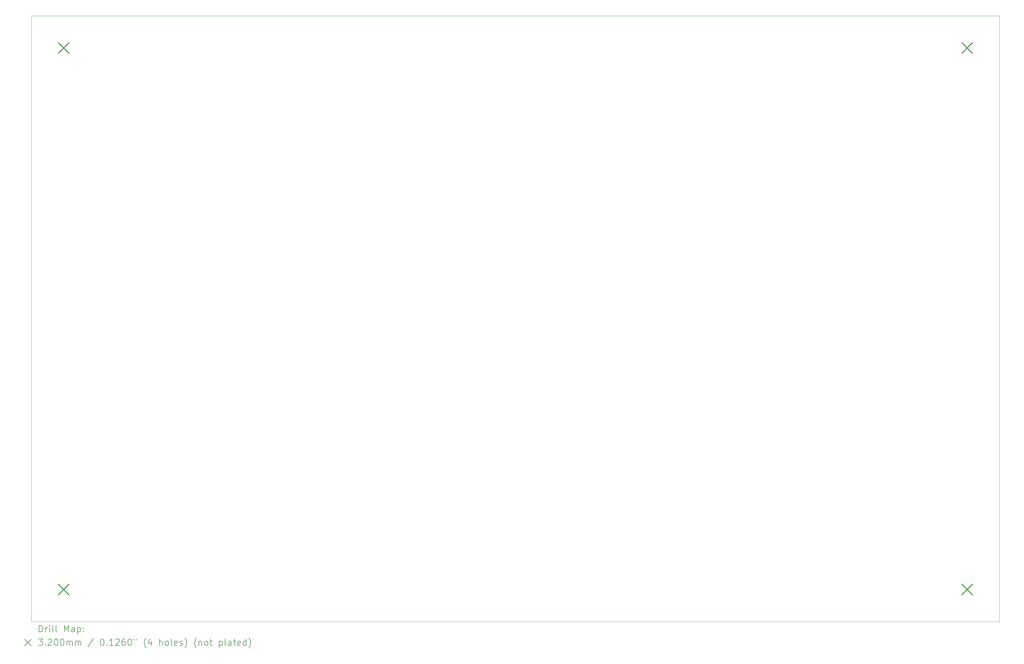
<source format=gbr>
%TF.GenerationSoftware,KiCad,Pcbnew,7.0.1*%
%TF.CreationDate,2023-09-17T14:31:27-07:00*%
%TF.ProjectId,vancouver-skytrain-pcb,76616e63-6f75-4766-9572-2d736b797472,rev?*%
%TF.SameCoordinates,Original*%
%TF.FileFunction,Drillmap*%
%TF.FilePolarity,Positive*%
%FSLAX45Y45*%
G04 Gerber Fmt 4.5, Leading zero omitted, Abs format (unit mm)*
G04 Created by KiCad (PCBNEW 7.0.1) date 2023-09-17 14:31:27*
%MOMM*%
%LPD*%
G01*
G04 APERTURE LIST*
%ADD10C,0.100000*%
%ADD11C,0.200000*%
%ADD12C,0.320000*%
G04 APERTURE END LIST*
D10*
X1200000Y-1200000D02*
X31200000Y-1200000D01*
X31200000Y-20000000D01*
X1200000Y-20000000D01*
X1200000Y-1200000D01*
D11*
D12*
X2040000Y-2040000D02*
X2360000Y-2360000D01*
X2360000Y-2040000D02*
X2040000Y-2360000D01*
X2040000Y-18840000D02*
X2360000Y-19160000D01*
X2360000Y-18840000D02*
X2040000Y-19160000D01*
X30040000Y-2040000D02*
X30360000Y-2360000D01*
X30360000Y-2040000D02*
X30040000Y-2360000D01*
X30040000Y-18840000D02*
X30360000Y-19160000D01*
X30360000Y-18840000D02*
X30040000Y-19160000D01*
D11*
X1442619Y-20317524D02*
X1442619Y-20117524D01*
X1442619Y-20117524D02*
X1490238Y-20117524D01*
X1490238Y-20117524D02*
X1518809Y-20127048D01*
X1518809Y-20127048D02*
X1537857Y-20146095D01*
X1537857Y-20146095D02*
X1547381Y-20165143D01*
X1547381Y-20165143D02*
X1556905Y-20203238D01*
X1556905Y-20203238D02*
X1556905Y-20231810D01*
X1556905Y-20231810D02*
X1547381Y-20269905D01*
X1547381Y-20269905D02*
X1537857Y-20288952D01*
X1537857Y-20288952D02*
X1518809Y-20308000D01*
X1518809Y-20308000D02*
X1490238Y-20317524D01*
X1490238Y-20317524D02*
X1442619Y-20317524D01*
X1642619Y-20317524D02*
X1642619Y-20184190D01*
X1642619Y-20222286D02*
X1652143Y-20203238D01*
X1652143Y-20203238D02*
X1661667Y-20193714D01*
X1661667Y-20193714D02*
X1680714Y-20184190D01*
X1680714Y-20184190D02*
X1699762Y-20184190D01*
X1766428Y-20317524D02*
X1766428Y-20184190D01*
X1766428Y-20117524D02*
X1756905Y-20127048D01*
X1756905Y-20127048D02*
X1766428Y-20136571D01*
X1766428Y-20136571D02*
X1775952Y-20127048D01*
X1775952Y-20127048D02*
X1766428Y-20117524D01*
X1766428Y-20117524D02*
X1766428Y-20136571D01*
X1890238Y-20317524D02*
X1871190Y-20308000D01*
X1871190Y-20308000D02*
X1861667Y-20288952D01*
X1861667Y-20288952D02*
X1861667Y-20117524D01*
X1995000Y-20317524D02*
X1975952Y-20308000D01*
X1975952Y-20308000D02*
X1966428Y-20288952D01*
X1966428Y-20288952D02*
X1966428Y-20117524D01*
X2223571Y-20317524D02*
X2223571Y-20117524D01*
X2223571Y-20117524D02*
X2290238Y-20260381D01*
X2290238Y-20260381D02*
X2356905Y-20117524D01*
X2356905Y-20117524D02*
X2356905Y-20317524D01*
X2537857Y-20317524D02*
X2537857Y-20212762D01*
X2537857Y-20212762D02*
X2528333Y-20193714D01*
X2528333Y-20193714D02*
X2509286Y-20184190D01*
X2509286Y-20184190D02*
X2471190Y-20184190D01*
X2471190Y-20184190D02*
X2452143Y-20193714D01*
X2537857Y-20308000D02*
X2518810Y-20317524D01*
X2518810Y-20317524D02*
X2471190Y-20317524D01*
X2471190Y-20317524D02*
X2452143Y-20308000D01*
X2452143Y-20308000D02*
X2442619Y-20288952D01*
X2442619Y-20288952D02*
X2442619Y-20269905D01*
X2442619Y-20269905D02*
X2452143Y-20250857D01*
X2452143Y-20250857D02*
X2471190Y-20241333D01*
X2471190Y-20241333D02*
X2518810Y-20241333D01*
X2518810Y-20241333D02*
X2537857Y-20231810D01*
X2633095Y-20184190D02*
X2633095Y-20384190D01*
X2633095Y-20193714D02*
X2652143Y-20184190D01*
X2652143Y-20184190D02*
X2690238Y-20184190D01*
X2690238Y-20184190D02*
X2709286Y-20193714D01*
X2709286Y-20193714D02*
X2718810Y-20203238D01*
X2718810Y-20203238D02*
X2728333Y-20222286D01*
X2728333Y-20222286D02*
X2728333Y-20279429D01*
X2728333Y-20279429D02*
X2718810Y-20298476D01*
X2718810Y-20298476D02*
X2709286Y-20308000D01*
X2709286Y-20308000D02*
X2690238Y-20317524D01*
X2690238Y-20317524D02*
X2652143Y-20317524D01*
X2652143Y-20317524D02*
X2633095Y-20308000D01*
X2814048Y-20298476D02*
X2823571Y-20308000D01*
X2823571Y-20308000D02*
X2814048Y-20317524D01*
X2814048Y-20317524D02*
X2804524Y-20308000D01*
X2804524Y-20308000D02*
X2814048Y-20298476D01*
X2814048Y-20298476D02*
X2814048Y-20317524D01*
X2814048Y-20193714D02*
X2823571Y-20203238D01*
X2823571Y-20203238D02*
X2814048Y-20212762D01*
X2814048Y-20212762D02*
X2804524Y-20203238D01*
X2804524Y-20203238D02*
X2814048Y-20193714D01*
X2814048Y-20193714D02*
X2814048Y-20212762D01*
X995000Y-20545000D02*
X1195000Y-20745000D01*
X1195000Y-20545000D02*
X995000Y-20745000D01*
X1423571Y-20537524D02*
X1547381Y-20537524D01*
X1547381Y-20537524D02*
X1480714Y-20613714D01*
X1480714Y-20613714D02*
X1509286Y-20613714D01*
X1509286Y-20613714D02*
X1528333Y-20623238D01*
X1528333Y-20623238D02*
X1537857Y-20632762D01*
X1537857Y-20632762D02*
X1547381Y-20651810D01*
X1547381Y-20651810D02*
X1547381Y-20699429D01*
X1547381Y-20699429D02*
X1537857Y-20718476D01*
X1537857Y-20718476D02*
X1528333Y-20728000D01*
X1528333Y-20728000D02*
X1509286Y-20737524D01*
X1509286Y-20737524D02*
X1452143Y-20737524D01*
X1452143Y-20737524D02*
X1433095Y-20728000D01*
X1433095Y-20728000D02*
X1423571Y-20718476D01*
X1633095Y-20718476D02*
X1642619Y-20728000D01*
X1642619Y-20728000D02*
X1633095Y-20737524D01*
X1633095Y-20737524D02*
X1623571Y-20728000D01*
X1623571Y-20728000D02*
X1633095Y-20718476D01*
X1633095Y-20718476D02*
X1633095Y-20737524D01*
X1718809Y-20556571D02*
X1728333Y-20547048D01*
X1728333Y-20547048D02*
X1747381Y-20537524D01*
X1747381Y-20537524D02*
X1795000Y-20537524D01*
X1795000Y-20537524D02*
X1814048Y-20547048D01*
X1814048Y-20547048D02*
X1823571Y-20556571D01*
X1823571Y-20556571D02*
X1833095Y-20575619D01*
X1833095Y-20575619D02*
X1833095Y-20594667D01*
X1833095Y-20594667D02*
X1823571Y-20623238D01*
X1823571Y-20623238D02*
X1709286Y-20737524D01*
X1709286Y-20737524D02*
X1833095Y-20737524D01*
X1956905Y-20537524D02*
X1975952Y-20537524D01*
X1975952Y-20537524D02*
X1995000Y-20547048D01*
X1995000Y-20547048D02*
X2004524Y-20556571D01*
X2004524Y-20556571D02*
X2014048Y-20575619D01*
X2014048Y-20575619D02*
X2023571Y-20613714D01*
X2023571Y-20613714D02*
X2023571Y-20661333D01*
X2023571Y-20661333D02*
X2014048Y-20699429D01*
X2014048Y-20699429D02*
X2004524Y-20718476D01*
X2004524Y-20718476D02*
X1995000Y-20728000D01*
X1995000Y-20728000D02*
X1975952Y-20737524D01*
X1975952Y-20737524D02*
X1956905Y-20737524D01*
X1956905Y-20737524D02*
X1937857Y-20728000D01*
X1937857Y-20728000D02*
X1928333Y-20718476D01*
X1928333Y-20718476D02*
X1918809Y-20699429D01*
X1918809Y-20699429D02*
X1909286Y-20661333D01*
X1909286Y-20661333D02*
X1909286Y-20613714D01*
X1909286Y-20613714D02*
X1918809Y-20575619D01*
X1918809Y-20575619D02*
X1928333Y-20556571D01*
X1928333Y-20556571D02*
X1937857Y-20547048D01*
X1937857Y-20547048D02*
X1956905Y-20537524D01*
X2147381Y-20537524D02*
X2166429Y-20537524D01*
X2166429Y-20537524D02*
X2185476Y-20547048D01*
X2185476Y-20547048D02*
X2195000Y-20556571D01*
X2195000Y-20556571D02*
X2204524Y-20575619D01*
X2204524Y-20575619D02*
X2214048Y-20613714D01*
X2214048Y-20613714D02*
X2214048Y-20661333D01*
X2214048Y-20661333D02*
X2204524Y-20699429D01*
X2204524Y-20699429D02*
X2195000Y-20718476D01*
X2195000Y-20718476D02*
X2185476Y-20728000D01*
X2185476Y-20728000D02*
X2166429Y-20737524D01*
X2166429Y-20737524D02*
X2147381Y-20737524D01*
X2147381Y-20737524D02*
X2128333Y-20728000D01*
X2128333Y-20728000D02*
X2118810Y-20718476D01*
X2118810Y-20718476D02*
X2109286Y-20699429D01*
X2109286Y-20699429D02*
X2099762Y-20661333D01*
X2099762Y-20661333D02*
X2099762Y-20613714D01*
X2099762Y-20613714D02*
X2109286Y-20575619D01*
X2109286Y-20575619D02*
X2118810Y-20556571D01*
X2118810Y-20556571D02*
X2128333Y-20547048D01*
X2128333Y-20547048D02*
X2147381Y-20537524D01*
X2299762Y-20737524D02*
X2299762Y-20604190D01*
X2299762Y-20623238D02*
X2309286Y-20613714D01*
X2309286Y-20613714D02*
X2328333Y-20604190D01*
X2328333Y-20604190D02*
X2356905Y-20604190D01*
X2356905Y-20604190D02*
X2375952Y-20613714D01*
X2375952Y-20613714D02*
X2385476Y-20632762D01*
X2385476Y-20632762D02*
X2385476Y-20737524D01*
X2385476Y-20632762D02*
X2395000Y-20613714D01*
X2395000Y-20613714D02*
X2414048Y-20604190D01*
X2414048Y-20604190D02*
X2442619Y-20604190D01*
X2442619Y-20604190D02*
X2461667Y-20613714D01*
X2461667Y-20613714D02*
X2471191Y-20632762D01*
X2471191Y-20632762D02*
X2471191Y-20737524D01*
X2566429Y-20737524D02*
X2566429Y-20604190D01*
X2566429Y-20623238D02*
X2575952Y-20613714D01*
X2575952Y-20613714D02*
X2595000Y-20604190D01*
X2595000Y-20604190D02*
X2623572Y-20604190D01*
X2623572Y-20604190D02*
X2642619Y-20613714D01*
X2642619Y-20613714D02*
X2652143Y-20632762D01*
X2652143Y-20632762D02*
X2652143Y-20737524D01*
X2652143Y-20632762D02*
X2661667Y-20613714D01*
X2661667Y-20613714D02*
X2680714Y-20604190D01*
X2680714Y-20604190D02*
X2709286Y-20604190D01*
X2709286Y-20604190D02*
X2728333Y-20613714D01*
X2728333Y-20613714D02*
X2737857Y-20632762D01*
X2737857Y-20632762D02*
X2737857Y-20737524D01*
X3128333Y-20528000D02*
X2956905Y-20785143D01*
X3385476Y-20537524D02*
X3404524Y-20537524D01*
X3404524Y-20537524D02*
X3423572Y-20547048D01*
X3423572Y-20547048D02*
X3433095Y-20556571D01*
X3433095Y-20556571D02*
X3442619Y-20575619D01*
X3442619Y-20575619D02*
X3452143Y-20613714D01*
X3452143Y-20613714D02*
X3452143Y-20661333D01*
X3452143Y-20661333D02*
X3442619Y-20699429D01*
X3442619Y-20699429D02*
X3433095Y-20718476D01*
X3433095Y-20718476D02*
X3423572Y-20728000D01*
X3423572Y-20728000D02*
X3404524Y-20737524D01*
X3404524Y-20737524D02*
X3385476Y-20737524D01*
X3385476Y-20737524D02*
X3366429Y-20728000D01*
X3366429Y-20728000D02*
X3356905Y-20718476D01*
X3356905Y-20718476D02*
X3347381Y-20699429D01*
X3347381Y-20699429D02*
X3337857Y-20661333D01*
X3337857Y-20661333D02*
X3337857Y-20613714D01*
X3337857Y-20613714D02*
X3347381Y-20575619D01*
X3347381Y-20575619D02*
X3356905Y-20556571D01*
X3356905Y-20556571D02*
X3366429Y-20547048D01*
X3366429Y-20547048D02*
X3385476Y-20537524D01*
X3537857Y-20718476D02*
X3547381Y-20728000D01*
X3547381Y-20728000D02*
X3537857Y-20737524D01*
X3537857Y-20737524D02*
X3528333Y-20728000D01*
X3528333Y-20728000D02*
X3537857Y-20718476D01*
X3537857Y-20718476D02*
X3537857Y-20737524D01*
X3737857Y-20737524D02*
X3623572Y-20737524D01*
X3680714Y-20737524D02*
X3680714Y-20537524D01*
X3680714Y-20537524D02*
X3661667Y-20566095D01*
X3661667Y-20566095D02*
X3642619Y-20585143D01*
X3642619Y-20585143D02*
X3623572Y-20594667D01*
X3814048Y-20556571D02*
X3823572Y-20547048D01*
X3823572Y-20547048D02*
X3842619Y-20537524D01*
X3842619Y-20537524D02*
X3890238Y-20537524D01*
X3890238Y-20537524D02*
X3909286Y-20547048D01*
X3909286Y-20547048D02*
X3918810Y-20556571D01*
X3918810Y-20556571D02*
X3928333Y-20575619D01*
X3928333Y-20575619D02*
X3928333Y-20594667D01*
X3928333Y-20594667D02*
X3918810Y-20623238D01*
X3918810Y-20623238D02*
X3804524Y-20737524D01*
X3804524Y-20737524D02*
X3928333Y-20737524D01*
X4099762Y-20537524D02*
X4061667Y-20537524D01*
X4061667Y-20537524D02*
X4042619Y-20547048D01*
X4042619Y-20547048D02*
X4033095Y-20556571D01*
X4033095Y-20556571D02*
X4014048Y-20585143D01*
X4014048Y-20585143D02*
X4004524Y-20623238D01*
X4004524Y-20623238D02*
X4004524Y-20699429D01*
X4004524Y-20699429D02*
X4014048Y-20718476D01*
X4014048Y-20718476D02*
X4023572Y-20728000D01*
X4023572Y-20728000D02*
X4042619Y-20737524D01*
X4042619Y-20737524D02*
X4080714Y-20737524D01*
X4080714Y-20737524D02*
X4099762Y-20728000D01*
X4099762Y-20728000D02*
X4109286Y-20718476D01*
X4109286Y-20718476D02*
X4118810Y-20699429D01*
X4118810Y-20699429D02*
X4118810Y-20651810D01*
X4118810Y-20651810D02*
X4109286Y-20632762D01*
X4109286Y-20632762D02*
X4099762Y-20623238D01*
X4099762Y-20623238D02*
X4080714Y-20613714D01*
X4080714Y-20613714D02*
X4042619Y-20613714D01*
X4042619Y-20613714D02*
X4023572Y-20623238D01*
X4023572Y-20623238D02*
X4014048Y-20632762D01*
X4014048Y-20632762D02*
X4004524Y-20651810D01*
X4242619Y-20537524D02*
X4261667Y-20537524D01*
X4261667Y-20537524D02*
X4280715Y-20547048D01*
X4280715Y-20547048D02*
X4290238Y-20556571D01*
X4290238Y-20556571D02*
X4299762Y-20575619D01*
X4299762Y-20575619D02*
X4309286Y-20613714D01*
X4309286Y-20613714D02*
X4309286Y-20661333D01*
X4309286Y-20661333D02*
X4299762Y-20699429D01*
X4299762Y-20699429D02*
X4290238Y-20718476D01*
X4290238Y-20718476D02*
X4280715Y-20728000D01*
X4280715Y-20728000D02*
X4261667Y-20737524D01*
X4261667Y-20737524D02*
X4242619Y-20737524D01*
X4242619Y-20737524D02*
X4223572Y-20728000D01*
X4223572Y-20728000D02*
X4214048Y-20718476D01*
X4214048Y-20718476D02*
X4204524Y-20699429D01*
X4204524Y-20699429D02*
X4195000Y-20661333D01*
X4195000Y-20661333D02*
X4195000Y-20613714D01*
X4195000Y-20613714D02*
X4204524Y-20575619D01*
X4204524Y-20575619D02*
X4214048Y-20556571D01*
X4214048Y-20556571D02*
X4223572Y-20547048D01*
X4223572Y-20547048D02*
X4242619Y-20537524D01*
X4385476Y-20537524D02*
X4385476Y-20575619D01*
X4461667Y-20537524D02*
X4461667Y-20575619D01*
X4756905Y-20813714D02*
X4747381Y-20804190D01*
X4747381Y-20804190D02*
X4728334Y-20775619D01*
X4728334Y-20775619D02*
X4718810Y-20756571D01*
X4718810Y-20756571D02*
X4709286Y-20728000D01*
X4709286Y-20728000D02*
X4699762Y-20680381D01*
X4699762Y-20680381D02*
X4699762Y-20642286D01*
X4699762Y-20642286D02*
X4709286Y-20594667D01*
X4709286Y-20594667D02*
X4718810Y-20566095D01*
X4718810Y-20566095D02*
X4728334Y-20547048D01*
X4728334Y-20547048D02*
X4747381Y-20518476D01*
X4747381Y-20518476D02*
X4756905Y-20508952D01*
X4918810Y-20604190D02*
X4918810Y-20737524D01*
X4871191Y-20528000D02*
X4823572Y-20670857D01*
X4823572Y-20670857D02*
X4947381Y-20670857D01*
X5175953Y-20737524D02*
X5175953Y-20537524D01*
X5261667Y-20737524D02*
X5261667Y-20632762D01*
X5261667Y-20632762D02*
X5252143Y-20613714D01*
X5252143Y-20613714D02*
X5233096Y-20604190D01*
X5233096Y-20604190D02*
X5204524Y-20604190D01*
X5204524Y-20604190D02*
X5185477Y-20613714D01*
X5185477Y-20613714D02*
X5175953Y-20623238D01*
X5385477Y-20737524D02*
X5366429Y-20728000D01*
X5366429Y-20728000D02*
X5356905Y-20718476D01*
X5356905Y-20718476D02*
X5347381Y-20699429D01*
X5347381Y-20699429D02*
X5347381Y-20642286D01*
X5347381Y-20642286D02*
X5356905Y-20623238D01*
X5356905Y-20623238D02*
X5366429Y-20613714D01*
X5366429Y-20613714D02*
X5385477Y-20604190D01*
X5385477Y-20604190D02*
X5414048Y-20604190D01*
X5414048Y-20604190D02*
X5433096Y-20613714D01*
X5433096Y-20613714D02*
X5442619Y-20623238D01*
X5442619Y-20623238D02*
X5452143Y-20642286D01*
X5452143Y-20642286D02*
X5452143Y-20699429D01*
X5452143Y-20699429D02*
X5442619Y-20718476D01*
X5442619Y-20718476D02*
X5433096Y-20728000D01*
X5433096Y-20728000D02*
X5414048Y-20737524D01*
X5414048Y-20737524D02*
X5385477Y-20737524D01*
X5566429Y-20737524D02*
X5547381Y-20728000D01*
X5547381Y-20728000D02*
X5537858Y-20708952D01*
X5537858Y-20708952D02*
X5537858Y-20537524D01*
X5718810Y-20728000D02*
X5699762Y-20737524D01*
X5699762Y-20737524D02*
X5661667Y-20737524D01*
X5661667Y-20737524D02*
X5642619Y-20728000D01*
X5642619Y-20728000D02*
X5633096Y-20708952D01*
X5633096Y-20708952D02*
X5633096Y-20632762D01*
X5633096Y-20632762D02*
X5642619Y-20613714D01*
X5642619Y-20613714D02*
X5661667Y-20604190D01*
X5661667Y-20604190D02*
X5699762Y-20604190D01*
X5699762Y-20604190D02*
X5718810Y-20613714D01*
X5718810Y-20613714D02*
X5728334Y-20632762D01*
X5728334Y-20632762D02*
X5728334Y-20651810D01*
X5728334Y-20651810D02*
X5633096Y-20670857D01*
X5804524Y-20728000D02*
X5823572Y-20737524D01*
X5823572Y-20737524D02*
X5861667Y-20737524D01*
X5861667Y-20737524D02*
X5880715Y-20728000D01*
X5880715Y-20728000D02*
X5890238Y-20708952D01*
X5890238Y-20708952D02*
X5890238Y-20699429D01*
X5890238Y-20699429D02*
X5880715Y-20680381D01*
X5880715Y-20680381D02*
X5861667Y-20670857D01*
X5861667Y-20670857D02*
X5833096Y-20670857D01*
X5833096Y-20670857D02*
X5814048Y-20661333D01*
X5814048Y-20661333D02*
X5804524Y-20642286D01*
X5804524Y-20642286D02*
X5804524Y-20632762D01*
X5804524Y-20632762D02*
X5814048Y-20613714D01*
X5814048Y-20613714D02*
X5833096Y-20604190D01*
X5833096Y-20604190D02*
X5861667Y-20604190D01*
X5861667Y-20604190D02*
X5880715Y-20613714D01*
X5956905Y-20813714D02*
X5966429Y-20804190D01*
X5966429Y-20804190D02*
X5985477Y-20775619D01*
X5985477Y-20775619D02*
X5995000Y-20756571D01*
X5995000Y-20756571D02*
X6004524Y-20728000D01*
X6004524Y-20728000D02*
X6014048Y-20680381D01*
X6014048Y-20680381D02*
X6014048Y-20642286D01*
X6014048Y-20642286D02*
X6004524Y-20594667D01*
X6004524Y-20594667D02*
X5995000Y-20566095D01*
X5995000Y-20566095D02*
X5985477Y-20547048D01*
X5985477Y-20547048D02*
X5966429Y-20518476D01*
X5966429Y-20518476D02*
X5956905Y-20508952D01*
X6318810Y-20813714D02*
X6309286Y-20804190D01*
X6309286Y-20804190D02*
X6290238Y-20775619D01*
X6290238Y-20775619D02*
X6280715Y-20756571D01*
X6280715Y-20756571D02*
X6271191Y-20728000D01*
X6271191Y-20728000D02*
X6261667Y-20680381D01*
X6261667Y-20680381D02*
X6261667Y-20642286D01*
X6261667Y-20642286D02*
X6271191Y-20594667D01*
X6271191Y-20594667D02*
X6280715Y-20566095D01*
X6280715Y-20566095D02*
X6290238Y-20547048D01*
X6290238Y-20547048D02*
X6309286Y-20518476D01*
X6309286Y-20518476D02*
X6318810Y-20508952D01*
X6395000Y-20604190D02*
X6395000Y-20737524D01*
X6395000Y-20623238D02*
X6404524Y-20613714D01*
X6404524Y-20613714D02*
X6423572Y-20604190D01*
X6423572Y-20604190D02*
X6452143Y-20604190D01*
X6452143Y-20604190D02*
X6471191Y-20613714D01*
X6471191Y-20613714D02*
X6480715Y-20632762D01*
X6480715Y-20632762D02*
X6480715Y-20737524D01*
X6604524Y-20737524D02*
X6585477Y-20728000D01*
X6585477Y-20728000D02*
X6575953Y-20718476D01*
X6575953Y-20718476D02*
X6566429Y-20699429D01*
X6566429Y-20699429D02*
X6566429Y-20642286D01*
X6566429Y-20642286D02*
X6575953Y-20623238D01*
X6575953Y-20623238D02*
X6585477Y-20613714D01*
X6585477Y-20613714D02*
X6604524Y-20604190D01*
X6604524Y-20604190D02*
X6633096Y-20604190D01*
X6633096Y-20604190D02*
X6652143Y-20613714D01*
X6652143Y-20613714D02*
X6661667Y-20623238D01*
X6661667Y-20623238D02*
X6671191Y-20642286D01*
X6671191Y-20642286D02*
X6671191Y-20699429D01*
X6671191Y-20699429D02*
X6661667Y-20718476D01*
X6661667Y-20718476D02*
X6652143Y-20728000D01*
X6652143Y-20728000D02*
X6633096Y-20737524D01*
X6633096Y-20737524D02*
X6604524Y-20737524D01*
X6728334Y-20604190D02*
X6804524Y-20604190D01*
X6756905Y-20537524D02*
X6756905Y-20708952D01*
X6756905Y-20708952D02*
X6766429Y-20728000D01*
X6766429Y-20728000D02*
X6785477Y-20737524D01*
X6785477Y-20737524D02*
X6804524Y-20737524D01*
X7023572Y-20604190D02*
X7023572Y-20804190D01*
X7023572Y-20613714D02*
X7042619Y-20604190D01*
X7042619Y-20604190D02*
X7080715Y-20604190D01*
X7080715Y-20604190D02*
X7099762Y-20613714D01*
X7099762Y-20613714D02*
X7109286Y-20623238D01*
X7109286Y-20623238D02*
X7118810Y-20642286D01*
X7118810Y-20642286D02*
X7118810Y-20699429D01*
X7118810Y-20699429D02*
X7109286Y-20718476D01*
X7109286Y-20718476D02*
X7099762Y-20728000D01*
X7099762Y-20728000D02*
X7080715Y-20737524D01*
X7080715Y-20737524D02*
X7042619Y-20737524D01*
X7042619Y-20737524D02*
X7023572Y-20728000D01*
X7233096Y-20737524D02*
X7214048Y-20728000D01*
X7214048Y-20728000D02*
X7204524Y-20708952D01*
X7204524Y-20708952D02*
X7204524Y-20537524D01*
X7395000Y-20737524D02*
X7395000Y-20632762D01*
X7395000Y-20632762D02*
X7385477Y-20613714D01*
X7385477Y-20613714D02*
X7366429Y-20604190D01*
X7366429Y-20604190D02*
X7328334Y-20604190D01*
X7328334Y-20604190D02*
X7309286Y-20613714D01*
X7395000Y-20728000D02*
X7375953Y-20737524D01*
X7375953Y-20737524D02*
X7328334Y-20737524D01*
X7328334Y-20737524D02*
X7309286Y-20728000D01*
X7309286Y-20728000D02*
X7299762Y-20708952D01*
X7299762Y-20708952D02*
X7299762Y-20689905D01*
X7299762Y-20689905D02*
X7309286Y-20670857D01*
X7309286Y-20670857D02*
X7328334Y-20661333D01*
X7328334Y-20661333D02*
X7375953Y-20661333D01*
X7375953Y-20661333D02*
X7395000Y-20651810D01*
X7461667Y-20604190D02*
X7537858Y-20604190D01*
X7490239Y-20537524D02*
X7490239Y-20708952D01*
X7490239Y-20708952D02*
X7499762Y-20728000D01*
X7499762Y-20728000D02*
X7518810Y-20737524D01*
X7518810Y-20737524D02*
X7537858Y-20737524D01*
X7680715Y-20728000D02*
X7661667Y-20737524D01*
X7661667Y-20737524D02*
X7623572Y-20737524D01*
X7623572Y-20737524D02*
X7604524Y-20728000D01*
X7604524Y-20728000D02*
X7595000Y-20708952D01*
X7595000Y-20708952D02*
X7595000Y-20632762D01*
X7595000Y-20632762D02*
X7604524Y-20613714D01*
X7604524Y-20613714D02*
X7623572Y-20604190D01*
X7623572Y-20604190D02*
X7661667Y-20604190D01*
X7661667Y-20604190D02*
X7680715Y-20613714D01*
X7680715Y-20613714D02*
X7690239Y-20632762D01*
X7690239Y-20632762D02*
X7690239Y-20651810D01*
X7690239Y-20651810D02*
X7595000Y-20670857D01*
X7861667Y-20737524D02*
X7861667Y-20537524D01*
X7861667Y-20728000D02*
X7842620Y-20737524D01*
X7842620Y-20737524D02*
X7804524Y-20737524D01*
X7804524Y-20737524D02*
X7785477Y-20728000D01*
X7785477Y-20728000D02*
X7775953Y-20718476D01*
X7775953Y-20718476D02*
X7766429Y-20699429D01*
X7766429Y-20699429D02*
X7766429Y-20642286D01*
X7766429Y-20642286D02*
X7775953Y-20623238D01*
X7775953Y-20623238D02*
X7785477Y-20613714D01*
X7785477Y-20613714D02*
X7804524Y-20604190D01*
X7804524Y-20604190D02*
X7842620Y-20604190D01*
X7842620Y-20604190D02*
X7861667Y-20613714D01*
X7937858Y-20813714D02*
X7947381Y-20804190D01*
X7947381Y-20804190D02*
X7966429Y-20775619D01*
X7966429Y-20775619D02*
X7975953Y-20756571D01*
X7975953Y-20756571D02*
X7985477Y-20728000D01*
X7985477Y-20728000D02*
X7995000Y-20680381D01*
X7995000Y-20680381D02*
X7995000Y-20642286D01*
X7995000Y-20642286D02*
X7985477Y-20594667D01*
X7985477Y-20594667D02*
X7975953Y-20566095D01*
X7975953Y-20566095D02*
X7966429Y-20547048D01*
X7966429Y-20547048D02*
X7947381Y-20518476D01*
X7947381Y-20518476D02*
X7937858Y-20508952D01*
M02*

</source>
